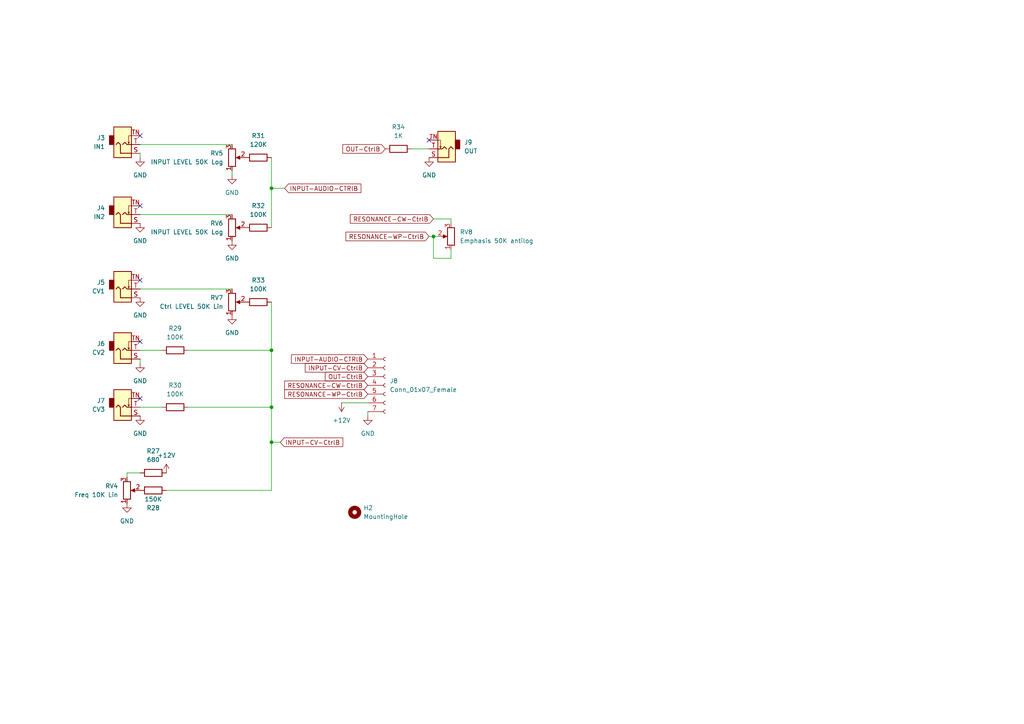
<source format=kicad_sch>
(kicad_sch (version 20211123) (generator eeschema)
  (paper "A4")
  (lib_symbols
    (symbol "Connector:AudioJack2_SwitchT"
      (property "Reference" "J" (at 0 8.89 0))
      (property "Value" "AudioJack2_SwitchT" (at 0 6.35 0))
      (symbol "AudioJack2_SwitchT_0_1"
        (rectangle (start -2.54 0) (end -3.81 -2.54) (stroke (width 0.254)) (fill (type outline)))
        (polyline (pts (xy 1.778 -0.254) (xy 2.032 -0.762)))
        (polyline (pts (xy 0 0) (xy 0.635 -0.635) (xy 1.27 0) (xy 2.54 0)) (stroke (width 0.254)))
        (polyline (pts (xy 2.54 -2.54) (xy 1.778 -2.54) (xy 1.778 -0.254) (xy 1.524 -0.762)))
        (polyline (pts (xy 2.54 2.54) (xy -0.635 2.54) (xy -0.635 0) (xy -1.27 -0.635) (xy -1.905 0)) (stroke (width 0.254)))
        (rectangle (start 2.54 3.81) (end -2.54 -5.08) (stroke (width 0.254)) (fill (type background)))
      )
      (symbol "AudioJack2_SwitchT_1_1"
        (pin passive line (at 5.08 2.54 180) (length 2.54) (name "~") (number "S"))
        (pin passive line (at 5.08 0 180) (length 2.54) (name "~") (number "T"))
        (pin passive line (at 5.08 -2.54 180) (length 2.54) (name "~") (number "TN"))
      )
    )
    (symbol "Connector:Conn_01x07_Female" (pin_names (offset 1.016) hide)
      (property "Reference" "J" (at 0 10.16 0))
      (property "Value" "Conn_01x07_Female" (at 0 -10.16 0))
      (symbol "Conn_01x07_Female_1_1"
        (arc (start 0 -7.112) (mid -0.508 -7.62) (end 0 -8.128) (stroke (width 0.1524)))
        (arc (start 0 -4.572) (mid -0.508 -5.08) (end 0 -5.588) (stroke (width 0.1524)))
        (arc (start 0 -2.032) (mid -0.508 -2.54) (end 0 -3.048) (stroke (width 0.1524)))
        (polyline (pts (xy -1.27 -7.62) (xy -0.508 -7.62)) (stroke (width 0.1524)))
        (polyline (pts (xy -1.27 -5.08) (xy -0.508 -5.08)) (stroke (width 0.1524)))
        (polyline (pts (xy -1.27 -2.54) (xy -0.508 -2.54)) (stroke (width 0.1524)))
        (polyline (pts (xy -1.27 0) (xy -0.508 0)) (stroke (width 0.1524)))
        (polyline (pts (xy -1.27 2.54) (xy -0.508 2.54)) (stroke (width 0.1524)))
        (polyline (pts (xy -1.27 5.08) (xy -0.508 5.08)) (stroke (width 0.1524)))
        (polyline (pts (xy -1.27 7.62) (xy -0.508 7.62)) (stroke (width 0.1524)))
        (arc (start 0 0.508) (mid -0.508 0) (end 0 -0.508) (stroke (width 0.1524)))
        (arc (start 0 3.048) (mid -0.508 2.54) (end 0 2.032) (stroke (width 0.1524)))
        (arc (start 0 5.588) (mid -0.508 5.08) (end 0 4.572) (stroke (width 0.1524)))
        (arc (start 0 8.128) (mid -0.508 7.62) (end 0 7.112) (stroke (width 0.1524)))
        (pin passive line (at -5.08 7.62 0) (length 3.81) (name "Pin_1") (number "1"))
        (pin passive line (at -5.08 5.08 0) (length 3.81) (name "Pin_2") (number "2"))
        (pin passive line (at -5.08 2.54 0) (length 3.81) (name "Pin_3") (number "3"))
        (pin passive line (at -5.08 0 0) (length 3.81) (name "Pin_4") (number "4"))
        (pin passive line (at -5.08 -2.54 0) (length 3.81) (name "Pin_5") (number "5"))
        (pin passive line (at -5.08 -5.08 0) (length 3.81) (name "Pin_6") (number "6"))
        (pin passive line (at -5.08 -7.62 0) (length 3.81) (name "Pin_7") (number "7"))
      )
    )
    (symbol "Device:R" (pin_numbers hide) (pin_names (offset 0))
      (property "Reference" "R" (at 2.032 0 90))
      (property "Value" "R" (at 0 0 90))
      (symbol "R_0_1"
        (rectangle (start -1.016 -2.54) (end 1.016 2.54) (stroke (width 0.254)))
      )
      (symbol "R_1_1"
        (pin passive line (at 0 3.81 270) (length 1.27) (name "~") (number "1"))
        (pin passive line (at 0 -3.81 90) (length 1.27) (name "~") (number "2"))
      )
    )
    (symbol "Device:R_Potentiometer" (pin_names (offset 1.016) hide)
      (property "Reference" "RV" (at -4.445 0 90))
      (property "Value" "R_Potentiometer" (at -2.54 0 90))
      (symbol "R_Potentiometer_0_1"
        (polyline (pts (xy 2.54 0) (xy 1.524 0)))
        (polyline (pts (xy 1.143 0) (xy 2.286 0.508) (xy 2.286 -0.508) (xy 1.143 0)) (fill (type outline)))
        (rectangle (start 1.016 2.54) (end -1.016 -2.54) (stroke (width 0.254)))
      )
      (symbol "R_Potentiometer_1_1"
        (pin passive line (at 0 3.81 270) (length 1.27) (name "1") (number "1"))
        (pin passive line (at 3.81 0 180) (length 1.27) (name "2") (number "2"))
        (pin passive line (at 0 -3.81 90) (length 1.27) (name "3") (number "3"))
      )
    )
    (symbol "Mechanical:MountingHole" (pin_names (offset 1.016))
      (property "Reference" "H" (at 0 5.08 0))
      (property "Value" "MountingHole" (at 0 3.175 0))
      (symbol "MountingHole_0_1"
        (circle (center 0 0) (radius 1.27) (stroke (width 1.27)))
      )
    )
    (symbol "power:+12V" (power) (pin_names (offset 0))
      (property "Value" "+12V" (at 0 3.556 0))
      (symbol "+12V_0_1"
        (polyline (pts (xy -0.762 1.27) (xy 0 2.54)))
        (polyline (pts (xy 0 0) (xy 0 2.54)))
        (polyline (pts (xy 0 2.54) (xy 0.762 1.27)))
      )
      (symbol "+12V_1_1"
        (pin power_in line (at 0 0 90) (length 0) hide (name "+12V") (number "1"))
      )
    )
    (symbol "power:GND" (power) (pin_names (offset 0))
      (property "Value" "GND" (at 0 -3.81 0))
      (symbol "GND_0_1"
        (polyline (pts (xy 0 0) (xy 0 -1.27) (xy 1.27 -1.27) (xy 0 -2.54) (xy -1.27 -1.27) (xy 0 -1.27)))
      )
      (symbol "GND_1_1"
        (pin power_in line (at 0 0 270) (length 0) hide (name "GND") (number "1"))
      )
    )
  )
  (junction (at 78.74 101.6))
  (junction (at 78.74 118.11))
  (junction (at 125.73 68.58))
  (junction (at 78.74 54.61))
  (junction (at 78.74 128.27))
  (no_connect (at 40.64 59.69))
  (no_connect (at 40.64 99.06))
  (no_connect (at 40.64 39.37))
  (no_connect (at 40.64 81.28))
  (no_connect (at 124.46 40.64))
  (no_connect (at 40.64 115.57))
  (wire (pts (xy 40.64 104.14) (xy 40.64 105.41)))
  (wire (pts (xy 130.81 72.39) (xy 130.81 74.93)))
  (wire (pts (xy 78.74 118.11) (xy 78.74 101.6)))
  (wire (pts (xy 124.46 68.58) (xy 125.73 68.58)))
  (wire (pts (xy 40.64 137.16) (xy 36.83 137.16)))
  (wire (pts (xy 130.81 74.93) (xy 125.73 74.93)))
  (wire (pts (xy 78.74 54.61) (xy 82.55 54.61)))
  (wire (pts (xy 40.64 101.6) (xy 46.99 101.6)))
  (wire (pts (xy 130.81 64.77) (xy 130.81 63.5)))
  (wire (pts (xy 78.74 128.27) (xy 81.28 128.27)))
  (wire (pts (xy 125.73 68.58) (xy 127 68.58)))
  (wire (pts (xy 40.64 83.82) (xy 67.31 83.82)))
  (wire (pts (xy 130.81 63.5) (xy 125.73 63.5)))
  (wire (pts (xy 119.38 43.18) (xy 124.46 43.18)))
  (wire (pts (xy 78.74 87.63) (xy 78.74 101.6)))
  (wire (pts (xy 78.74 54.61) (xy 78.74 66.04)))
  (wire (pts (xy 40.64 62.23) (xy 67.31 62.23)))
  (wire (pts (xy 54.61 101.6) (xy 78.74 101.6)))
  (wire (pts (xy 67.31 49.53) (xy 67.31 50.8)))
  (wire (pts (xy 36.83 137.16) (xy 36.83 138.43)))
  (wire (pts (xy 78.74 142.24) (xy 78.74 128.27)))
  (wire (pts (xy 54.61 118.11) (xy 78.74 118.11)))
  (wire (pts (xy 40.64 44.45) (xy 40.64 45.72)))
  (wire (pts (xy 106.68 119.38) (xy 106.68 120.65)))
  (wire (pts (xy 40.64 118.11) (xy 46.99 118.11)))
  (wire (pts (xy 99.06 116.84) (xy 106.68 116.84)))
  (wire (pts (xy 48.26 142.24) (xy 78.74 142.24)))
  (wire (pts (xy 40.64 41.91) (xy 67.31 41.91)))
  (wire (pts (xy 78.74 128.27) (xy 78.74 118.11)))
  (wire (pts (xy 125.73 74.93) (xy 125.73 68.58)))
  (wire (pts (xy 78.74 45.72) (xy 78.74 54.61)))
  (global_label "INPUT-AUDIO-CTRlB" (shape input) (at 82.55 54.61 0) (property "Références Inter-Feuilles" "${INTERSHEET_REFS}" (effects hide)))
  (global_label "RESONANCE-CW-CtrlB" (shape input) (at 125.73 63.5 180) (property "Références Inter-Feuilles" "${INTERSHEET_REFS}" (effects hide)))
  (global_label "INPUT-CV-CtrlB" (shape input) (at 106.68 106.68 180) (property "Références Inter-Feuilles" "${INTERSHEET_REFS}" (effects hide)))
  (global_label "INPUT-CV-CtrlB" (shape input) (at 81.28 128.27 0) (property "Références Inter-Feuilles" "${INTERSHEET_REFS}" (effects hide)))
  (global_label "RESONANCE-WP-CtrlB" (shape input) (at 124.46 68.58 180) (property "Références Inter-Feuilles" "${INTERSHEET_REFS}" (effects hide)))
  (global_label "INPUT-AUDIO-CTRlB" (shape input) (at 106.68 104.14 180) (property "Références Inter-Feuilles" "${INTERSHEET_REFS}" (effects hide)))
  (global_label "OUT-CtrlB" (shape input) (at 111.76 43.18 180) (property "Références Inter-Feuilles" "${INTERSHEET_REFS}" (effects hide)))
  (global_label "OUT-CtrlB" (shape input) (at 106.68 109.22 180) (property "Références Inter-Feuilles" "${INTERSHEET_REFS}" (effects hide)))
  (global_label "RESONANCE-WP-CtrlB" (shape input) (at 106.68 114.3 180) (property "Références Inter-Feuilles" "${INTERSHEET_REFS}" (effects hide)))
  (global_label "RESONANCE-CW-CtrlB" (shape input) (at 106.68 111.76 180) (property "Références Inter-Feuilles" "${INTERSHEET_REFS}" (effects hide)))
  (symbol (lib_id "Device:R") (at 74.93 45.72 90) (unit 1)
    (property "Reference" "R31" (at 74.93 39.37 90))
    (property "Value" "120K" (at 74.93 41.91 90))
    (property "Footprint" "Resistor_THT:R_Axial_DIN0207_L6.3mm_D2.5mm_P2.54mm_Vertical" (effects hide))
  )
  (symbol (lib_id "Device:R") (at 44.45 137.16 90) (unit 1)
    (property "Reference" "R27" (at 44.45 130.81 90))
    (property "Value" "680" (at 44.45 133.35 90))
    (property "Footprint" "Resistor_THT:R_Axial_DIN0207_L6.3mm_D2.5mm_P2.54mm_Vertical" (effects hide))
  )
  (symbol (lib_id "power:GND") (at 124.46 45.72 0) (unit 1)
    (property "Reference" "#PWR040" (effects hide))
    (property "Value" "GND" (at 124.46 50.8 0))
  )
  (symbol (lib_id "power:GND") (at 106.68 120.65 0) (unit 1)
    (property "Reference" "#PWR039" (effects hide))
    (property "Value" "GND" (at 106.68 125.73 0))
  )
  (symbol (lib_id "Connector:AudioJack2_SwitchT") (at 35.56 83.82 0) (mirror x) (unit 1)
    (property "Reference" "J5" (at 30.48 81.9149 0) (effects (justify right)))
    (property "Value" "CV1" (at 30.48 84.4549 0) (effects (justify right)))
    (property "Footprint" "Audio_Jack:Jack_3.5mm_QingPu_WQP-PJ398SM_Vertical" (effects hide))
  )
  (symbol (lib_id "power:GND") (at 40.64 64.77 0) (unit 1)
    (property "Reference" "#PWR030" (effects hide))
    (property "Value" "GND" (at 40.64 69.85 0))
  )
  (symbol (lib_id "Device:R_Potentiometer") (at 36.83 142.24 0) (mirror x) (unit 1)
    (property "Reference" "RV4" (at 34.29 140.9699 0) (effects (justify right)))
    (property "Value" "Freq 10K Lin" (at 34.29 143.5099 0) (effects (justify right)))
    (property "Footprint" "Potentiometer_THT:Potentiometer_Alpha_RD901F-40-00D_Single_Vertical" (effects hide))
  )
  (symbol (lib_id "power:GND") (at 40.64 86.36 0) (unit 1)
    (property "Reference" "#PWR031" (effects hide))
    (property "Value" "GND" (at 40.64 91.44 0))
  )
  (symbol (lib_id "Device:R") (at 74.93 66.04 90) (unit 1)
    (property "Reference" "R32" (at 74.93 59.69 90))
    (property "Value" "100K" (at 74.93 62.23 90))
    (property "Footprint" "Resistor_THT:R_Axial_DIN0207_L6.3mm_D2.5mm_P2.54mm_Vertical" (effects hide))
  )
  (symbol (lib_id "Device:R_Potentiometer") (at 67.31 66.04 0) (mirror x) (unit 1)
    (property "Reference" "RV6" (at 64.77 64.7699 0) (effects (justify right)))
    (property "Value" "INPUT LEVEL 50K Log" (at 64.77 67.3099 0) (effects (justify right)))
    (property "Footprint" "Potentiometer_THT:Potentiometer_Alpha_RD901F-40-00D_Single_Vertical" (effects hide))
  )
  (symbol (lib_id "Mechanical:MountingHole") (at 102.87 148.59 0) (unit 1)
    (property "Reference" "H2" (at 105.41 147.3199 0) (effects (justify left)))
    (property "Value" "MountingHole" (at 105.41 149.8599 0) (effects (justify left)))
    (property "Footprint" "MountingHole:MountingHole_3.2mm_M3" (effects hide))
  )
  (symbol (lib_id "Device:R_Potentiometer") (at 130.81 68.58 180) (unit 1)
    (property "Reference" "RV8" (at 133.35 67.3099 0) (effects (justify right)))
    (property "Value" "Emphasis 50K antilog" (at 133.35 69.8499 0) (effects (justify right)))
    (property "Footprint" "Potentiometer_THT:Potentiometer_Alpha_RD901F-40-00D_Single_Vertical" (effects hide))
  )
  (symbol (lib_id "power:GND") (at 40.64 120.65 0) (unit 1)
    (property "Reference" "#PWR033" (effects hide))
    (property "Value" "GND" (at 40.64 125.73 0))
  )
  (symbol (lib_id "power:+12V") (at 99.06 116.84 180) (unit 1)
    (property "Reference" "#PWR038" (effects hide))
    (property "Value" "+12V" (at 99.06 121.92 0))
  )
  (symbol (lib_id "power:GND") (at 67.31 69.85 0) (unit 1)
    (property "Reference" "#PWR036" (effects hide))
    (property "Value" "GND" (at 67.31 74.93 0))
  )
  (symbol (lib_id "Device:R") (at 74.93 87.63 90) (unit 1)
    (property "Reference" "R33" (at 74.93 81.28 90))
    (property "Value" "100K" (at 74.93 83.82 90))
    (property "Footprint" "Resistor_THT:R_Axial_DIN0207_L6.3mm_D2.5mm_P2.54mm_Vertical" (effects hide))
  )
  (symbol (lib_id "Device:R_Potentiometer") (at 67.31 87.63 0) (mirror x) (unit 1)
    (property "Reference" "RV7" (at 64.77 86.3599 0) (effects (justify right)))
    (property "Value" "Ctrl LEVEL 50K Lin" (at 64.77 88.8999 0) (effects (justify right)))
    (property "Footprint" "Potentiometer_THT:Potentiometer_Alpha_RD901F-40-00D_Single_Vertical" (effects hide))
  )
  (symbol (lib_id "Connector:AudioJack2_SwitchT") (at 35.56 62.23 0) (mirror x) (unit 1)
    (property "Reference" "J4" (at 30.48 60.3249 0) (effects (justify right)))
    (property "Value" "IN2" (at 30.48 62.8649 0) (effects (justify right)))
    (property "Footprint" "Audio_Jack:Jack_3.5mm_QingPu_WQP-PJ398SM_Vertical" (effects hide))
  )
  (symbol (lib_id "power:+12V") (at 48.26 137.16 0) (unit 1)
    (property "Reference" "#PWR034" (effects hide))
    (property "Value" "+12V" (at 48.26 132.08 0))
  )
  (symbol (lib_id "Connector:AudioJack2_SwitchT") (at 35.56 41.91 0) (mirror x) (unit 1)
    (property "Reference" "J3" (at 30.48 40.0049 0) (effects (justify right)))
    (property "Value" "IN1" (at 30.48 42.5449 0) (effects (justify right)))
    (property "Footprint" "Audio_Jack:Jack_3.5mm_QingPu_WQP-PJ398SM_Vertical" (effects hide))
  )
  (symbol (lib_id "Device:R") (at 50.8 101.6 90) (unit 1)
    (property "Reference" "R29" (at 50.8 95.25 90))
    (property "Value" "100K" (at 50.8 97.79 90))
    (property "Footprint" "Resistor_THT:R_Axial_DIN0207_L6.3mm_D2.5mm_P2.54mm_Vertical" (effects hide))
  )
  (symbol (lib_id "Device:R") (at 50.8 118.11 90) (unit 1)
    (property "Reference" "R30" (at 50.8 111.76 90))
    (property "Value" "100K" (at 50.8 114.3 90))
    (property "Footprint" "Resistor_THT:R_Axial_DIN0207_L6.3mm_D2.5mm_P2.54mm_Vertical" (effects hide))
  )
  (symbol (lib_id "Connector:AudioJack2_SwitchT") (at 129.54 43.18 180) (unit 1)
    (property "Reference" "J9" (at 134.62 41.2749 0) (effects (justify right)))
    (property "Value" "OUT" (at 134.62 43.8149 0) (effects (justify right)))
    (property "Footprint" "Audio_Jack:Jack_3.5mm_QingPu_WQP-PJ398SM_Vertical" (effects hide))
  )
  (symbol (lib_id "power:GND") (at 67.31 50.8 0) (unit 1)
    (property "Reference" "#PWR035" (effects hide))
    (property "Value" "GND" (at 67.31 55.88 0))
  )
  (symbol (lib_id "power:GND") (at 67.31 91.44 0) (unit 1)
    (property "Reference" "#PWR037" (effects hide))
    (property "Value" "GND" (at 67.31 96.52 0))
  )
  (symbol (lib_id "Connector:AudioJack2_SwitchT") (at 35.56 101.6 0) (mirror x) (unit 1)
    (property "Reference" "J6" (at 30.48 99.6949 0) (effects (justify right)))
    (property "Value" "CV2" (at 30.48 102.2349 0) (effects (justify right)))
    (property "Footprint" "Audio_Jack:Jack_3.5mm_QingPu_WQP-PJ398SM_Vertical" (effects hide))
  )
  (symbol (lib_id "Connector:AudioJack2_SwitchT") (at 35.56 118.11 0) (mirror x) (unit 1)
    (property "Reference" "J7" (at 30.48 116.2049 0) (effects (justify right)))
    (property "Value" "CV3" (at 30.48 118.7449 0) (effects (justify right)))
    (property "Footprint" "Audio_Jack:Jack_3.5mm_QingPu_WQP-PJ398SM_Vertical" (effects hide))
  )
  (symbol (lib_id "power:GND") (at 40.64 45.72 0) (unit 1)
    (property "Reference" "#PWR029" (effects hide))
    (property "Value" "GND" (at 40.64 50.8 0))
  )
  (symbol (lib_id "Device:R") (at 44.45 142.24 90) (unit 1)
    (property "Reference" "R28" (at 44.45 147.32 90))
    (property "Value" "150K" (at 44.45 144.78 90))
    (property "Footprint" "Resistor_THT:R_Axial_DIN0207_L6.3mm_D2.5mm_P2.54mm_Vertical" (effects hide))
  )
  (symbol (lib_id "Device:R_Potentiometer") (at 67.31 45.72 0) (mirror x) (unit 1)
    (property "Reference" "RV5" (at 64.77 44.4499 0) (effects (justify right)))
    (property "Value" "INPUT LEVEL 50K Log" (at 64.77 46.9899 0) (effects (justify right)))
    (property "Footprint" "Potentiometer_THT:Potentiometer_Alpha_RD901F-40-00D_Single_Vertical" (effects hide))
  )
  (symbol (lib_id "power:GND") (at 40.64 105.41 0) (unit 1)
    (property "Reference" "#PWR032" (effects hide))
    (property "Value" "GND" (at 40.64 110.49 0))
  )
  (symbol (lib_id "Device:R") (at 115.57 43.18 90) (unit 1)
    (property "Reference" "R34" (at 115.57 36.83 90))
    (property "Value" "1K" (at 115.57 39.37 90))
    (property "Footprint" "Resistor_THT:R_Axial_DIN0207_L6.3mm_D2.5mm_P2.54mm_Vertical" (effects hide))
  )
  (symbol (lib_id "Connector:Conn_01x07_Female") (at 111.76 111.76 0) (unit 1)
    (property "Reference" "J8" (at 113.03 110.4899 0) (effects (justify left)))
    (property "Value" "Conn_01x07_Female" (at 113.03 113.0299 0) (effects (justify left)))
    (property "Footprint" "Connector_PinHeader_2.54mm:PinHeader_1x07_P2.54mm_Vertical" (effects hide))
  )
  (symbol (lib_id "power:GND") (at 36.83 146.05 0) (unit 1)
    (property "Reference" "#PWR028" (effects hide))
    (property "Value" "GND" (at 36.83 151.13 0))
  )
)
</source>
